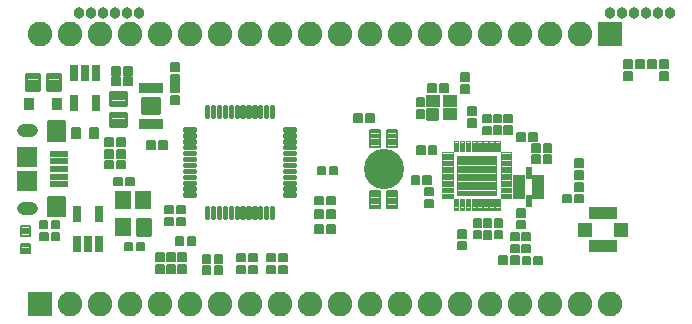
<source format=gts>
G75*
%MOIN*%
%OFA0B0*%
%FSLAX24Y24*%
%IPPOS*%
%LPD*%
%AMOC8*
5,1,8,0,0,1.08239X$1,22.5*
%
%ADD10C,0.0380*%
%ADD11C,0.0063*%
%ADD12R,0.0454X0.0415*%
%ADD13C,0.0124*%
%ADD14C,0.0038*%
%ADD15C,0.0039*%
%ADD16C,0.0134*%
%ADD17R,0.0550X0.0630*%
%ADD18C,0.0165*%
%ADD19R,0.0297X0.0552*%
%ADD20R,0.0328X0.0407*%
%ADD21C,0.0107*%
%ADD22R,0.0395X0.0198*%
%ADD23R,0.0198X0.0395*%
%ADD24C,0.0079*%
%ADD25R,0.0820X0.0820*%
%ADD26C,0.0820*%
%ADD27R,0.0946X0.0415*%
%ADD28R,0.0493X0.0474*%
%ADD29C,0.1340*%
%ADD30C,0.0123*%
%ADD31R,0.0198X0.0375*%
%ADD32R,0.0611X0.0237*%
%ADD33R,0.0690X0.0671*%
%ADD34C,0.0434*%
%ADD35C,0.0063*%
D10*
X011245Y013215D03*
X011645Y013215D03*
X012045Y013215D03*
X012445Y013215D03*
X012845Y013215D03*
X013245Y013215D03*
X028945Y013215D03*
X029345Y013215D03*
X029745Y013215D03*
X030145Y013215D03*
X030545Y013215D03*
X030945Y013215D03*
D11*
X030618Y011639D02*
X030618Y011385D01*
X030618Y011639D02*
X030872Y011639D01*
X030872Y011385D01*
X030618Y011385D01*
X030618Y011447D02*
X030872Y011447D01*
X030872Y011509D02*
X030618Y011509D01*
X030618Y011571D02*
X030872Y011571D01*
X030872Y011633D02*
X030618Y011633D01*
X030469Y011388D02*
X030215Y011388D01*
X030215Y011642D01*
X030469Y011642D01*
X030469Y011388D01*
X030469Y011450D02*
X030215Y011450D01*
X030215Y011512D02*
X030469Y011512D01*
X030469Y011574D02*
X030215Y011574D01*
X030215Y011636D02*
X030469Y011636D01*
X030075Y011388D02*
X029821Y011388D01*
X029821Y011642D01*
X030075Y011642D01*
X030075Y011388D01*
X030075Y011450D02*
X029821Y011450D01*
X029821Y011512D02*
X030075Y011512D01*
X030075Y011574D02*
X029821Y011574D01*
X029821Y011636D02*
X030075Y011636D01*
X029672Y011639D02*
X029672Y011385D01*
X029418Y011385D01*
X029418Y011639D01*
X029672Y011639D01*
X029672Y011447D02*
X029418Y011447D01*
X029418Y011509D02*
X029672Y011509D01*
X029672Y011571D02*
X029418Y011571D01*
X029418Y011633D02*
X029672Y011633D01*
X029672Y011245D02*
X029672Y010991D01*
X029418Y010991D01*
X029418Y011245D01*
X029672Y011245D01*
X029672Y011053D02*
X029418Y011053D01*
X029418Y011115D02*
X029672Y011115D01*
X029672Y011177D02*
X029418Y011177D01*
X029418Y011239D02*
X029672Y011239D01*
X030618Y011245D02*
X030618Y010991D01*
X030618Y011245D02*
X030872Y011245D01*
X030872Y010991D01*
X030618Y010991D01*
X030618Y011053D02*
X030872Y011053D01*
X030872Y011115D02*
X030618Y011115D01*
X030618Y011177D02*
X030872Y011177D01*
X030872Y011239D02*
X030618Y011239D01*
X026509Y008948D02*
X026255Y008948D01*
X026255Y009202D01*
X026509Y009202D01*
X026509Y008948D01*
X026509Y009010D02*
X026255Y009010D01*
X026255Y009072D02*
X026509Y009072D01*
X026509Y009134D02*
X026255Y009134D01*
X026255Y009196D02*
X026509Y009196D01*
X026115Y008948D02*
X025861Y008948D01*
X025861Y009202D01*
X026115Y009202D01*
X026115Y008948D01*
X026115Y009010D02*
X025861Y009010D01*
X025861Y009072D02*
X026115Y009072D01*
X026115Y009134D02*
X025861Y009134D01*
X025861Y009196D02*
X026115Y009196D01*
X025662Y009181D02*
X025662Y009435D01*
X025662Y009181D02*
X025408Y009181D01*
X025408Y009435D01*
X025662Y009435D01*
X025662Y009243D02*
X025408Y009243D01*
X025408Y009305D02*
X025662Y009305D01*
X025662Y009367D02*
X025408Y009367D01*
X025408Y009429D02*
X025662Y009429D01*
X025662Y009575D02*
X025662Y009829D01*
X025662Y009575D02*
X025408Y009575D01*
X025408Y009829D01*
X025662Y009829D01*
X025662Y009637D02*
X025408Y009637D01*
X025408Y009699D02*
X025662Y009699D01*
X025662Y009761D02*
X025408Y009761D01*
X025408Y009823D02*
X025662Y009823D01*
X025322Y009829D02*
X025322Y009575D01*
X025068Y009575D01*
X025068Y009829D01*
X025322Y009829D01*
X025322Y009637D02*
X025068Y009637D01*
X025068Y009699D02*
X025322Y009699D01*
X025322Y009761D02*
X025068Y009761D01*
X025068Y009823D02*
X025322Y009823D01*
X024962Y009819D02*
X024962Y009565D01*
X024708Y009565D01*
X024708Y009819D01*
X024962Y009819D01*
X024962Y009627D02*
X024708Y009627D01*
X024708Y009689D02*
X024962Y009689D01*
X024962Y009751D02*
X024708Y009751D01*
X024708Y009813D02*
X024962Y009813D01*
X024482Y009815D02*
X024482Y010069D01*
X024482Y009815D02*
X024228Y009815D01*
X024228Y010069D01*
X024482Y010069D01*
X024482Y009877D02*
X024228Y009877D01*
X024228Y009939D02*
X024482Y009939D01*
X024482Y010001D02*
X024228Y010001D01*
X024228Y010063D02*
X024482Y010063D01*
X024482Y009675D02*
X024482Y009421D01*
X024228Y009421D01*
X024228Y009675D01*
X024482Y009675D01*
X024482Y009483D02*
X024228Y009483D01*
X024228Y009545D02*
X024482Y009545D01*
X024482Y009607D02*
X024228Y009607D01*
X024228Y009669D02*
X024482Y009669D01*
X024962Y009425D02*
X024962Y009171D01*
X024708Y009171D01*
X024708Y009425D01*
X024962Y009425D01*
X024962Y009233D02*
X024708Y009233D01*
X024708Y009295D02*
X024962Y009295D01*
X024962Y009357D02*
X024708Y009357D01*
X024708Y009419D02*
X024962Y009419D01*
X025322Y009435D02*
X025322Y009181D01*
X025068Y009181D01*
X025068Y009435D01*
X025322Y009435D01*
X025322Y009243D02*
X025068Y009243D01*
X025068Y009305D02*
X025322Y009305D01*
X025322Y009367D02*
X025068Y009367D01*
X025068Y009429D02*
X025322Y009429D01*
X026341Y008588D02*
X026595Y008588D01*
X026341Y008588D02*
X026341Y008842D01*
X026595Y008842D01*
X026595Y008588D01*
X026595Y008650D02*
X026341Y008650D01*
X026341Y008712D02*
X026595Y008712D01*
X026595Y008774D02*
X026341Y008774D01*
X026341Y008836D02*
X026595Y008836D01*
X026735Y008588D02*
X026989Y008588D01*
X026735Y008588D02*
X026735Y008842D01*
X026989Y008842D01*
X026989Y008588D01*
X026989Y008650D02*
X026735Y008650D01*
X026735Y008712D02*
X026989Y008712D01*
X026989Y008774D02*
X026735Y008774D01*
X026735Y008836D02*
X026989Y008836D01*
X026989Y008218D02*
X026735Y008218D01*
X026735Y008472D01*
X026989Y008472D01*
X026989Y008218D01*
X026989Y008280D02*
X026735Y008280D01*
X026735Y008342D02*
X026989Y008342D01*
X026989Y008404D02*
X026735Y008404D01*
X026735Y008466D02*
X026989Y008466D01*
X026595Y008218D02*
X026341Y008218D01*
X026341Y008472D01*
X026595Y008472D01*
X026595Y008218D01*
X026595Y008280D02*
X026341Y008280D01*
X026341Y008342D02*
X026595Y008342D01*
X026595Y008404D02*
X026341Y008404D01*
X026341Y008466D02*
X026595Y008466D01*
X027779Y008333D02*
X027779Y008079D01*
X027779Y008333D02*
X028033Y008333D01*
X028033Y008079D01*
X027779Y008079D01*
X027779Y008141D02*
X028033Y008141D01*
X028033Y008203D02*
X027779Y008203D01*
X027779Y008265D02*
X028033Y008265D01*
X028033Y008327D02*
X027779Y008327D01*
X027779Y007939D02*
X027779Y007685D01*
X027779Y007939D02*
X028033Y007939D01*
X028033Y007685D01*
X027779Y007685D01*
X027779Y007747D02*
X028033Y007747D01*
X028033Y007809D02*
X027779Y007809D01*
X027779Y007871D02*
X028033Y007871D01*
X028033Y007933D02*
X027779Y007933D01*
X028032Y007933D02*
X028032Y007679D01*
X027778Y007679D01*
X027778Y007933D01*
X028032Y007933D01*
X028032Y007741D02*
X027778Y007741D01*
X027778Y007803D02*
X028032Y007803D01*
X028032Y007865D02*
X027778Y007865D01*
X027778Y007927D02*
X028032Y007927D01*
X027778Y007546D02*
X027778Y007292D01*
X027778Y007546D02*
X028032Y007546D01*
X028032Y007292D01*
X027778Y007292D01*
X027778Y007354D02*
X028032Y007354D01*
X028032Y007416D02*
X027778Y007416D01*
X027778Y007478D02*
X028032Y007478D01*
X028032Y007540D02*
X027778Y007540D01*
X028032Y007540D02*
X028032Y007286D01*
X027778Y007286D01*
X027778Y007540D01*
X028032Y007540D01*
X028032Y007348D02*
X027778Y007348D01*
X027778Y007410D02*
X028032Y007410D01*
X028032Y007472D02*
X027778Y007472D01*
X027778Y007534D02*
X028032Y007534D01*
X027778Y007152D02*
X027778Y006898D01*
X027778Y007152D02*
X028032Y007152D01*
X028032Y006898D01*
X027778Y006898D01*
X027778Y006960D02*
X028032Y006960D01*
X028032Y007022D02*
X027778Y007022D01*
X027778Y007084D02*
X028032Y007084D01*
X028032Y007146D02*
X027778Y007146D01*
X027777Y006898D02*
X028031Y006898D01*
X027777Y006898D02*
X027777Y007152D01*
X028031Y007152D01*
X028031Y006898D01*
X028031Y006960D02*
X027777Y006960D01*
X027777Y007022D02*
X028031Y007022D01*
X028031Y007084D02*
X027777Y007084D01*
X027777Y007146D02*
X028031Y007146D01*
X027637Y006898D02*
X027383Y006898D01*
X027383Y007152D01*
X027637Y007152D01*
X027637Y006898D01*
X027637Y006960D02*
X027383Y006960D01*
X027383Y007022D02*
X027637Y007022D01*
X027637Y007084D02*
X027383Y007084D01*
X027383Y007146D02*
X027637Y007146D01*
X025848Y006679D02*
X025848Y006425D01*
X025848Y006679D02*
X026102Y006679D01*
X026102Y006425D01*
X025848Y006425D01*
X025848Y006487D02*
X026102Y006487D01*
X026102Y006549D02*
X025848Y006549D01*
X025848Y006611D02*
X026102Y006611D01*
X026102Y006673D02*
X025848Y006673D01*
X025098Y006349D02*
X025098Y006095D01*
X025098Y006349D02*
X025352Y006349D01*
X025352Y006095D01*
X025098Y006095D01*
X025098Y006157D02*
X025352Y006157D01*
X025352Y006219D02*
X025098Y006219D01*
X025098Y006281D02*
X025352Y006281D01*
X025352Y006343D02*
X025098Y006343D01*
X024992Y006339D02*
X024992Y006085D01*
X024738Y006085D01*
X024738Y006339D01*
X024992Y006339D01*
X024992Y006147D02*
X024738Y006147D01*
X024738Y006209D02*
X024992Y006209D01*
X024992Y006271D02*
X024738Y006271D01*
X024738Y006333D02*
X024992Y006333D01*
X024398Y006349D02*
X024398Y006095D01*
X024398Y006349D02*
X024652Y006349D01*
X024652Y006095D01*
X024398Y006095D01*
X024398Y006157D02*
X024652Y006157D01*
X024652Y006219D02*
X024398Y006219D01*
X024398Y006281D02*
X024652Y006281D01*
X024652Y006343D02*
X024398Y006343D01*
X024398Y005955D02*
X024398Y005701D01*
X024398Y005955D02*
X024652Y005955D01*
X024652Y005701D01*
X024398Y005701D01*
X024398Y005763D02*
X024652Y005763D01*
X024652Y005825D02*
X024398Y005825D01*
X024398Y005887D02*
X024652Y005887D01*
X024652Y005949D02*
X024398Y005949D01*
X023888Y005979D02*
X023888Y005725D01*
X023888Y005979D02*
X024142Y005979D01*
X024142Y005725D01*
X023888Y005725D01*
X023888Y005787D02*
X024142Y005787D01*
X024142Y005849D02*
X023888Y005849D01*
X023888Y005911D02*
X024142Y005911D01*
X024142Y005973D02*
X023888Y005973D01*
X023888Y005585D02*
X023888Y005331D01*
X023888Y005585D02*
X024142Y005585D01*
X024142Y005331D01*
X023888Y005331D01*
X023888Y005393D02*
X024142Y005393D01*
X024142Y005455D02*
X023888Y005455D01*
X023888Y005517D02*
X024142Y005517D01*
X024142Y005579D02*
X023888Y005579D01*
X024992Y005691D02*
X024992Y005945D01*
X024992Y005691D02*
X024738Y005691D01*
X024738Y005945D01*
X024992Y005945D01*
X024992Y005753D02*
X024738Y005753D01*
X024738Y005815D02*
X024992Y005815D01*
X024992Y005877D02*
X024738Y005877D01*
X024738Y005939D02*
X024992Y005939D01*
X025098Y005955D02*
X025098Y005701D01*
X025098Y005955D02*
X025352Y005955D01*
X025352Y005701D01*
X025098Y005701D01*
X025098Y005763D02*
X025352Y005763D01*
X025352Y005825D02*
X025098Y005825D01*
X025098Y005887D02*
X025352Y005887D01*
X025352Y005949D02*
X025098Y005949D01*
X025912Y005889D02*
X025912Y005635D01*
X025658Y005635D01*
X025658Y005889D01*
X025912Y005889D01*
X025912Y005697D02*
X025658Y005697D01*
X025658Y005759D02*
X025912Y005759D01*
X025912Y005821D02*
X025658Y005821D01*
X025658Y005883D02*
X025912Y005883D01*
X026018Y005889D02*
X026018Y005635D01*
X026018Y005889D02*
X026272Y005889D01*
X026272Y005635D01*
X026018Y005635D01*
X026018Y005697D02*
X026272Y005697D01*
X026272Y005759D02*
X026018Y005759D01*
X026018Y005821D02*
X026272Y005821D01*
X026272Y005883D02*
X026018Y005883D01*
X025848Y006031D02*
X025848Y006285D01*
X026102Y006285D01*
X026102Y006031D01*
X025848Y006031D01*
X025848Y006093D02*
X026102Y006093D01*
X026102Y006155D02*
X025848Y006155D01*
X025848Y006217D02*
X026102Y006217D01*
X026102Y006279D02*
X025848Y006279D01*
X025912Y005495D02*
X025912Y005241D01*
X025658Y005241D01*
X025658Y005495D01*
X025912Y005495D01*
X025912Y005303D02*
X025658Y005303D01*
X025658Y005365D02*
X025912Y005365D01*
X025912Y005427D02*
X025658Y005427D01*
X025658Y005489D02*
X025912Y005489D01*
X026018Y005495D02*
X026018Y005241D01*
X026018Y005495D02*
X026272Y005495D01*
X026272Y005241D01*
X026018Y005241D01*
X026018Y005303D02*
X026272Y005303D01*
X026272Y005365D02*
X026018Y005365D01*
X026018Y005427D02*
X026272Y005427D01*
X026272Y005489D02*
X026018Y005489D01*
X026031Y004838D02*
X026285Y004838D01*
X026031Y004838D02*
X026031Y005092D01*
X026285Y005092D01*
X026285Y004838D01*
X026285Y004900D02*
X026031Y004900D01*
X026031Y004962D02*
X026285Y004962D01*
X026285Y005024D02*
X026031Y005024D01*
X026031Y005086D02*
X026285Y005086D01*
X026425Y004838D02*
X026679Y004838D01*
X026425Y004838D02*
X026425Y005092D01*
X026679Y005092D01*
X026679Y004838D01*
X026679Y004900D02*
X026425Y004900D01*
X026425Y004962D02*
X026679Y004962D01*
X026679Y005024D02*
X026425Y005024D01*
X026425Y005086D02*
X026679Y005086D01*
X025909Y005102D02*
X025655Y005102D01*
X025909Y005102D02*
X025909Y004848D01*
X025655Y004848D01*
X025655Y005102D01*
X025655Y004910D02*
X025909Y004910D01*
X025909Y004972D02*
X025655Y004972D01*
X025655Y005034D02*
X025909Y005034D01*
X025909Y005096D02*
X025655Y005096D01*
X025515Y005102D02*
X025261Y005102D01*
X025515Y005102D02*
X025515Y004848D01*
X025261Y004848D01*
X025261Y005102D01*
X025261Y004910D02*
X025515Y004910D01*
X025515Y004972D02*
X025261Y004972D01*
X025261Y005034D02*
X025515Y005034D01*
X025515Y005096D02*
X025261Y005096D01*
X022788Y006741D02*
X022788Y006995D01*
X023042Y006995D01*
X023042Y006741D01*
X022788Y006741D01*
X022788Y006803D02*
X023042Y006803D01*
X023042Y006865D02*
X022788Y006865D01*
X022788Y006927D02*
X023042Y006927D01*
X023042Y006989D02*
X022788Y006989D01*
X022788Y007135D02*
X022788Y007389D01*
X023042Y007389D01*
X023042Y007135D01*
X022788Y007135D01*
X022788Y007197D02*
X023042Y007197D01*
X023042Y007259D02*
X022788Y007259D01*
X022788Y007321D02*
X023042Y007321D01*
X023042Y007383D02*
X022788Y007383D01*
X022725Y007773D02*
X022979Y007773D01*
X022979Y007519D01*
X022725Y007519D01*
X022725Y007773D01*
X022725Y007581D02*
X022979Y007581D01*
X022979Y007643D02*
X022725Y007643D01*
X022725Y007705D02*
X022979Y007705D01*
X022979Y007767D02*
X022725Y007767D01*
X022586Y007773D02*
X022332Y007773D01*
X022586Y007773D02*
X022586Y007519D01*
X022332Y007519D01*
X022332Y007773D01*
X022332Y007581D02*
X022586Y007581D01*
X022586Y007643D02*
X022332Y007643D01*
X022332Y007705D02*
X022586Y007705D01*
X022586Y007767D02*
X022332Y007767D01*
X022511Y008782D02*
X022765Y008782D01*
X022765Y008528D01*
X022511Y008528D01*
X022511Y008782D01*
X022511Y008590D02*
X022765Y008590D01*
X022765Y008652D02*
X022511Y008652D01*
X022511Y008714D02*
X022765Y008714D01*
X022765Y008776D02*
X022511Y008776D01*
X022905Y008782D02*
X023159Y008782D01*
X023159Y008528D01*
X022905Y008528D01*
X022905Y008782D01*
X022905Y008590D02*
X023159Y008590D01*
X023159Y008652D02*
X022905Y008652D01*
X022905Y008714D02*
X023159Y008714D01*
X023159Y008776D02*
X022905Y008776D01*
X022752Y009721D02*
X022752Y009975D01*
X022752Y009721D02*
X022498Y009721D01*
X022498Y009975D01*
X022752Y009975D01*
X022752Y009783D02*
X022498Y009783D01*
X022498Y009845D02*
X022752Y009845D01*
X022752Y009907D02*
X022498Y009907D01*
X022498Y009969D02*
X022752Y009969D01*
X022752Y010115D02*
X022752Y010369D01*
X022752Y010115D02*
X022498Y010115D01*
X022498Y010369D01*
X022752Y010369D01*
X022752Y010177D02*
X022498Y010177D01*
X022498Y010239D02*
X022752Y010239D01*
X022752Y010301D02*
X022498Y010301D01*
X022498Y010363D02*
X022752Y010363D01*
X022891Y010832D02*
X023145Y010832D01*
X023145Y010578D01*
X022891Y010578D01*
X022891Y010832D01*
X022891Y010640D02*
X023145Y010640D01*
X023145Y010702D02*
X022891Y010702D01*
X022891Y010764D02*
X023145Y010764D01*
X023145Y010826D02*
X022891Y010826D01*
X023285Y010832D02*
X023539Y010832D01*
X023539Y010578D01*
X023285Y010578D01*
X023285Y010832D01*
X023285Y010640D02*
X023539Y010640D01*
X023539Y010702D02*
X023285Y010702D01*
X023285Y010764D02*
X023539Y010764D01*
X023539Y010826D02*
X023285Y010826D01*
X024232Y010815D02*
X024232Y010561D01*
X023978Y010561D01*
X023978Y010815D01*
X024232Y010815D01*
X024232Y010623D02*
X023978Y010623D01*
X023978Y010685D02*
X024232Y010685D01*
X024232Y010747D02*
X023978Y010747D01*
X023978Y010809D02*
X024232Y010809D01*
X024232Y010955D02*
X024232Y011209D01*
X024232Y010955D02*
X023978Y010955D01*
X023978Y011209D01*
X024232Y011209D01*
X024232Y011017D02*
X023978Y011017D01*
X023978Y011079D02*
X024232Y011079D01*
X024232Y011141D02*
X023978Y011141D01*
X023978Y011203D02*
X024232Y011203D01*
X021069Y009842D02*
X020815Y009842D01*
X021069Y009842D02*
X021069Y009588D01*
X020815Y009588D01*
X020815Y009842D01*
X020815Y009650D02*
X021069Y009650D01*
X021069Y009712D02*
X020815Y009712D01*
X020815Y009774D02*
X021069Y009774D01*
X021069Y009836D02*
X020815Y009836D01*
X020675Y009842D02*
X020421Y009842D01*
X020675Y009842D02*
X020675Y009588D01*
X020421Y009588D01*
X020421Y009842D01*
X020421Y009650D02*
X020675Y009650D01*
X020675Y009712D02*
X020421Y009712D01*
X020421Y009774D02*
X020675Y009774D01*
X020675Y009836D02*
X020421Y009836D01*
X019850Y007835D02*
X019596Y007835D01*
X019596Y008089D01*
X019850Y008089D01*
X019850Y007835D01*
X019850Y007897D02*
X019596Y007897D01*
X019596Y007959D02*
X019850Y007959D01*
X019850Y008021D02*
X019596Y008021D01*
X019596Y008083D02*
X019850Y008083D01*
X019456Y007835D02*
X019202Y007835D01*
X019202Y008089D01*
X019456Y008089D01*
X019456Y007835D01*
X019456Y007897D02*
X019202Y007897D01*
X019202Y007959D02*
X019456Y007959D01*
X019456Y008021D02*
X019202Y008021D01*
X019202Y008083D02*
X019456Y008083D01*
X019515Y007092D02*
X019769Y007092D01*
X019769Y006838D01*
X019515Y006838D01*
X019515Y007092D01*
X019515Y006900D02*
X019769Y006900D01*
X019769Y006962D02*
X019515Y006962D01*
X019515Y007024D02*
X019769Y007024D01*
X019769Y007086D02*
X019515Y007086D01*
X019375Y007092D02*
X019121Y007092D01*
X019375Y007092D02*
X019375Y006838D01*
X019121Y006838D01*
X019121Y007092D01*
X019121Y006900D02*
X019375Y006900D01*
X019375Y006962D02*
X019121Y006962D01*
X019121Y007024D02*
X019375Y007024D01*
X019375Y007086D02*
X019121Y007086D01*
X019122Y006641D02*
X019376Y006641D01*
X019376Y006387D01*
X019122Y006387D01*
X019122Y006641D01*
X019122Y006449D02*
X019376Y006449D01*
X019376Y006511D02*
X019122Y006511D01*
X019122Y006573D02*
X019376Y006573D01*
X019376Y006635D02*
X019122Y006635D01*
X019516Y006641D02*
X019770Y006641D01*
X019770Y006387D01*
X019516Y006387D01*
X019516Y006641D01*
X019516Y006449D02*
X019770Y006449D01*
X019770Y006511D02*
X019516Y006511D01*
X019516Y006573D02*
X019770Y006573D01*
X019770Y006635D02*
X019516Y006635D01*
X019515Y006142D02*
X019769Y006142D01*
X019769Y005888D01*
X019515Y005888D01*
X019515Y006142D01*
X019515Y005950D02*
X019769Y005950D01*
X019769Y006012D02*
X019515Y006012D01*
X019515Y006074D02*
X019769Y006074D01*
X019769Y006136D02*
X019515Y006136D01*
X019375Y006142D02*
X019121Y006142D01*
X019375Y006142D02*
X019375Y005888D01*
X019121Y005888D01*
X019121Y006142D01*
X019121Y005950D02*
X019375Y005950D01*
X019375Y006012D02*
X019121Y006012D01*
X019121Y006074D02*
X019375Y006074D01*
X019375Y006136D02*
X019121Y006136D01*
X017918Y005189D02*
X017918Y004935D01*
X017918Y005189D02*
X018172Y005189D01*
X018172Y004935D01*
X017918Y004935D01*
X017918Y004997D02*
X018172Y004997D01*
X018172Y005059D02*
X017918Y005059D01*
X017918Y005121D02*
X018172Y005121D01*
X018172Y005183D02*
X017918Y005183D01*
X017518Y005189D02*
X017518Y004935D01*
X017518Y005189D02*
X017772Y005189D01*
X017772Y004935D01*
X017518Y004935D01*
X017518Y004997D02*
X017772Y004997D01*
X017772Y005059D02*
X017518Y005059D01*
X017518Y005121D02*
X017772Y005121D01*
X017772Y005183D02*
X017518Y005183D01*
X017172Y005189D02*
X017172Y004935D01*
X016918Y004935D01*
X016918Y005189D01*
X017172Y005189D01*
X017172Y004997D02*
X016918Y004997D01*
X016918Y005059D02*
X017172Y005059D01*
X017172Y005121D02*
X016918Y005121D01*
X016918Y005183D02*
X017172Y005183D01*
X016518Y005189D02*
X016518Y004935D01*
X016518Y005189D02*
X016772Y005189D01*
X016772Y004935D01*
X016518Y004935D01*
X016518Y004997D02*
X016772Y004997D01*
X016772Y005059D02*
X016518Y005059D01*
X016518Y005121D02*
X016772Y005121D01*
X016772Y005183D02*
X016518Y005183D01*
X016019Y004888D02*
X015765Y004888D01*
X015765Y005142D01*
X016019Y005142D01*
X016019Y004888D01*
X016019Y004950D02*
X015765Y004950D01*
X015765Y005012D02*
X016019Y005012D01*
X016019Y005074D02*
X015765Y005074D01*
X015765Y005136D02*
X016019Y005136D01*
X015625Y004888D02*
X015371Y004888D01*
X015371Y005142D01*
X015625Y005142D01*
X015625Y004888D01*
X015625Y004950D02*
X015371Y004950D01*
X015371Y005012D02*
X015625Y005012D01*
X015625Y005074D02*
X015371Y005074D01*
X015371Y005136D02*
X015625Y005136D01*
X015625Y004772D02*
X015371Y004772D01*
X015625Y004772D02*
X015625Y004518D01*
X015371Y004518D01*
X015371Y004772D01*
X015371Y004580D02*
X015625Y004580D01*
X015625Y004642D02*
X015371Y004642D01*
X015371Y004704D02*
X015625Y004704D01*
X015625Y004766D02*
X015371Y004766D01*
X015765Y004772D02*
X016019Y004772D01*
X016019Y004518D01*
X015765Y004518D01*
X015765Y004772D01*
X015765Y004580D02*
X016019Y004580D01*
X016019Y004642D02*
X015765Y004642D01*
X015765Y004704D02*
X016019Y004704D01*
X016019Y004766D02*
X015765Y004766D01*
X016518Y004795D02*
X016518Y004541D01*
X016518Y004795D02*
X016772Y004795D01*
X016772Y004541D01*
X016518Y004541D01*
X016518Y004603D02*
X016772Y004603D01*
X016772Y004665D02*
X016518Y004665D01*
X016518Y004727D02*
X016772Y004727D01*
X016772Y004789D02*
X016518Y004789D01*
X017172Y004795D02*
X017172Y004541D01*
X016918Y004541D01*
X016918Y004795D01*
X017172Y004795D01*
X017172Y004603D02*
X016918Y004603D01*
X016918Y004665D02*
X017172Y004665D01*
X017172Y004727D02*
X016918Y004727D01*
X016918Y004789D02*
X017172Y004789D01*
X017518Y004795D02*
X017518Y004541D01*
X017518Y004795D02*
X017772Y004795D01*
X017772Y004541D01*
X017518Y004541D01*
X017518Y004603D02*
X017772Y004603D01*
X017772Y004665D02*
X017518Y004665D01*
X017518Y004727D02*
X017772Y004727D01*
X017772Y004789D02*
X017518Y004789D01*
X017918Y004795D02*
X017918Y004541D01*
X017918Y004795D02*
X018172Y004795D01*
X018172Y004541D01*
X017918Y004541D01*
X017918Y004603D02*
X018172Y004603D01*
X018172Y004665D02*
X017918Y004665D01*
X017918Y004727D02*
X018172Y004727D01*
X018172Y004789D02*
X017918Y004789D01*
X015119Y005488D02*
X014865Y005488D01*
X014865Y005742D01*
X015119Y005742D01*
X015119Y005488D01*
X015119Y005550D02*
X014865Y005550D01*
X014865Y005612D02*
X015119Y005612D01*
X015119Y005674D02*
X014865Y005674D01*
X014865Y005736D02*
X015119Y005736D01*
X014725Y005488D02*
X014471Y005488D01*
X014471Y005742D01*
X014725Y005742D01*
X014725Y005488D01*
X014725Y005550D02*
X014471Y005550D01*
X014471Y005612D02*
X014725Y005612D01*
X014725Y005674D02*
X014471Y005674D01*
X014471Y005736D02*
X014725Y005736D01*
X014518Y006141D02*
X014518Y006395D01*
X014772Y006395D01*
X014772Y006141D01*
X014518Y006141D01*
X014518Y006203D02*
X014772Y006203D01*
X014772Y006265D02*
X014518Y006265D01*
X014518Y006327D02*
X014772Y006327D01*
X014772Y006389D02*
X014518Y006389D01*
X014125Y006395D02*
X014125Y006141D01*
X014125Y006395D02*
X014379Y006395D01*
X014379Y006141D01*
X014125Y006141D01*
X014125Y006203D02*
X014379Y006203D01*
X014379Y006265D02*
X014125Y006265D01*
X014125Y006327D02*
X014379Y006327D01*
X014379Y006389D02*
X014125Y006389D01*
X014125Y006535D02*
X014125Y006789D01*
X014379Y006789D01*
X014379Y006535D01*
X014125Y006535D01*
X014125Y006597D02*
X014379Y006597D01*
X014379Y006659D02*
X014125Y006659D01*
X014125Y006721D02*
X014379Y006721D01*
X014379Y006783D02*
X014125Y006783D01*
X014518Y006789D02*
X014518Y006535D01*
X014518Y006789D02*
X014772Y006789D01*
X014772Y006535D01*
X014518Y006535D01*
X014518Y006597D02*
X014772Y006597D01*
X014772Y006659D02*
X014518Y006659D01*
X014518Y006721D02*
X014772Y006721D01*
X014772Y006783D02*
X014518Y006783D01*
X013072Y007474D02*
X012818Y007474D01*
X012818Y007728D01*
X013072Y007728D01*
X013072Y007474D01*
X013072Y007536D02*
X012818Y007536D01*
X012818Y007598D02*
X013072Y007598D01*
X013072Y007660D02*
X012818Y007660D01*
X012818Y007722D02*
X013072Y007722D01*
X012679Y007474D02*
X012425Y007474D01*
X012425Y007728D01*
X012679Y007728D01*
X012679Y007474D01*
X012679Y007536D02*
X012425Y007536D01*
X012425Y007598D02*
X012679Y007598D01*
X012679Y007660D02*
X012425Y007660D01*
X012425Y007722D02*
X012679Y007722D01*
X012769Y008038D02*
X012515Y008038D01*
X012515Y008292D01*
X012769Y008292D01*
X012769Y008038D01*
X012769Y008100D02*
X012515Y008100D01*
X012515Y008162D02*
X012769Y008162D01*
X012769Y008224D02*
X012515Y008224D01*
X012515Y008286D02*
X012769Y008286D01*
X012769Y008388D02*
X012515Y008388D01*
X012515Y008642D01*
X012769Y008642D01*
X012769Y008388D01*
X012769Y008450D02*
X012515Y008450D01*
X012515Y008512D02*
X012769Y008512D01*
X012769Y008574D02*
X012515Y008574D01*
X012515Y008636D02*
X012769Y008636D01*
X012769Y009042D02*
X012515Y009042D01*
X012769Y009042D02*
X012769Y008788D01*
X012515Y008788D01*
X012515Y009042D01*
X012515Y008850D02*
X012769Y008850D01*
X012769Y008912D02*
X012515Y008912D01*
X012515Y008974D02*
X012769Y008974D01*
X012769Y009036D02*
X012515Y009036D01*
X012375Y009042D02*
X012121Y009042D01*
X012375Y009042D02*
X012375Y008788D01*
X012121Y008788D01*
X012121Y009042D01*
X012121Y008850D02*
X012375Y008850D01*
X012375Y008912D02*
X012121Y008912D01*
X012121Y008974D02*
X012375Y008974D01*
X012375Y009036D02*
X012121Y009036D01*
X011863Y009381D02*
X011609Y009381D01*
X011863Y009381D02*
X011863Y009049D01*
X011609Y009049D01*
X011609Y009381D01*
X011609Y009111D02*
X011863Y009111D01*
X011863Y009173D02*
X011609Y009173D01*
X011609Y009235D02*
X011863Y009235D01*
X011863Y009297D02*
X011609Y009297D01*
X011609Y009359D02*
X011863Y009359D01*
X011280Y009381D02*
X011026Y009381D01*
X011280Y009381D02*
X011280Y009049D01*
X011026Y009049D01*
X011026Y009381D01*
X011026Y009111D02*
X011280Y009111D01*
X011280Y009173D02*
X011026Y009173D01*
X011026Y009235D02*
X011280Y009235D01*
X011280Y009297D02*
X011026Y009297D01*
X011026Y009359D02*
X011280Y009359D01*
X012121Y008388D02*
X012375Y008388D01*
X012121Y008388D02*
X012121Y008642D01*
X012375Y008642D01*
X012375Y008388D01*
X012375Y008450D02*
X012121Y008450D01*
X012121Y008512D02*
X012375Y008512D01*
X012375Y008574D02*
X012121Y008574D01*
X012121Y008636D02*
X012375Y008636D01*
X012375Y008038D02*
X012121Y008038D01*
X012121Y008292D01*
X012375Y008292D01*
X012375Y008038D01*
X012375Y008100D02*
X012121Y008100D01*
X012121Y008162D02*
X012375Y008162D01*
X012375Y008224D02*
X012121Y008224D01*
X012121Y008286D02*
X012375Y008286D01*
X013521Y008942D02*
X013775Y008942D01*
X013775Y008688D01*
X013521Y008688D01*
X013521Y008942D01*
X013521Y008750D02*
X013775Y008750D01*
X013775Y008812D02*
X013521Y008812D01*
X013521Y008874D02*
X013775Y008874D01*
X013775Y008936D02*
X013521Y008936D01*
X013915Y008942D02*
X014169Y008942D01*
X014169Y008688D01*
X013915Y008688D01*
X013915Y008942D01*
X013915Y008750D02*
X014169Y008750D01*
X014169Y008812D02*
X013915Y008812D01*
X013915Y008874D02*
X014169Y008874D01*
X014169Y008936D02*
X013915Y008936D01*
X014318Y010191D02*
X014318Y010445D01*
X014572Y010445D01*
X014572Y010191D01*
X014318Y010191D01*
X014318Y010253D02*
X014572Y010253D01*
X014572Y010315D02*
X014318Y010315D01*
X014318Y010377D02*
X014572Y010377D01*
X014572Y010439D02*
X014318Y010439D01*
X014318Y010585D02*
X014318Y010839D01*
X014572Y010839D01*
X014572Y010585D01*
X014318Y010585D01*
X014318Y010647D02*
X014572Y010647D01*
X014572Y010709D02*
X014318Y010709D01*
X014318Y010771D02*
X014572Y010771D01*
X014572Y010833D02*
X014318Y010833D01*
X014318Y010891D02*
X014318Y011145D01*
X014572Y011145D01*
X014572Y010891D01*
X014318Y010891D01*
X014318Y010953D02*
X014572Y010953D01*
X014572Y011015D02*
X014318Y011015D01*
X014318Y011077D02*
X014572Y011077D01*
X014572Y011139D02*
X014318Y011139D01*
X014318Y011285D02*
X014318Y011539D01*
X014572Y011539D01*
X014572Y011285D01*
X014318Y011285D01*
X014318Y011347D02*
X014572Y011347D01*
X014572Y011409D02*
X014318Y011409D01*
X014318Y011471D02*
X014572Y011471D01*
X014572Y011533D02*
X014318Y011533D01*
X013009Y011161D02*
X012755Y011161D01*
X012755Y011415D01*
X013009Y011415D01*
X013009Y011161D01*
X013009Y011223D02*
X012755Y011223D01*
X012755Y011285D02*
X013009Y011285D01*
X013009Y011347D02*
X012755Y011347D01*
X012755Y011409D02*
X013009Y011409D01*
X012615Y011161D02*
X012361Y011161D01*
X012361Y011415D01*
X012615Y011415D01*
X012615Y011161D01*
X012615Y011223D02*
X012361Y011223D01*
X012361Y011285D02*
X012615Y011285D01*
X012615Y011347D02*
X012361Y011347D01*
X012361Y011409D02*
X012615Y011409D01*
X012615Y010813D02*
X012361Y010813D01*
X012361Y011067D01*
X012615Y011067D01*
X012615Y010813D01*
X012615Y010875D02*
X012361Y010875D01*
X012361Y010937D02*
X012615Y010937D01*
X012615Y010999D02*
X012361Y010999D01*
X012361Y011061D02*
X012615Y011061D01*
X012755Y010813D02*
X013009Y010813D01*
X012755Y010813D02*
X012755Y011067D01*
X013009Y011067D01*
X013009Y010813D01*
X013009Y010875D02*
X012755Y010875D01*
X012755Y010937D02*
X013009Y010937D01*
X013009Y010999D02*
X012755Y010999D01*
X012755Y011061D02*
X013009Y011061D01*
X010587Y006293D02*
X010333Y006293D01*
X010587Y006293D02*
X010587Y006039D01*
X010333Y006039D01*
X010333Y006293D01*
X010333Y006101D02*
X010587Y006101D01*
X010587Y006163D02*
X010333Y006163D01*
X010333Y006225D02*
X010587Y006225D01*
X010587Y006287D02*
X010333Y006287D01*
X010194Y006293D02*
X009940Y006293D01*
X010194Y006293D02*
X010194Y006039D01*
X009940Y006039D01*
X009940Y006293D01*
X009940Y006101D02*
X010194Y006101D01*
X010194Y006163D02*
X009940Y006163D01*
X009940Y006225D02*
X010194Y006225D01*
X010194Y006287D02*
X009940Y006287D01*
X009942Y005640D02*
X010196Y005640D01*
X009942Y005640D02*
X009942Y005894D01*
X010196Y005894D01*
X010196Y005640D01*
X010196Y005702D02*
X009942Y005702D01*
X009942Y005764D02*
X010196Y005764D01*
X010196Y005826D02*
X009942Y005826D01*
X009942Y005888D02*
X010196Y005888D01*
X010336Y005640D02*
X010590Y005640D01*
X010336Y005640D02*
X010336Y005894D01*
X010590Y005894D01*
X010590Y005640D01*
X010590Y005702D02*
X010336Y005702D01*
X010336Y005764D02*
X010590Y005764D01*
X010590Y005826D02*
X010336Y005826D01*
X010336Y005888D02*
X010590Y005888D01*
X012770Y005305D02*
X013024Y005305D01*
X012770Y005305D02*
X012770Y005559D01*
X013024Y005559D01*
X013024Y005305D01*
X013024Y005367D02*
X012770Y005367D01*
X012770Y005429D02*
X013024Y005429D01*
X013024Y005491D02*
X012770Y005491D01*
X012770Y005553D02*
X013024Y005553D01*
X013164Y005305D02*
X013418Y005305D01*
X013164Y005305D02*
X013164Y005559D01*
X013418Y005559D01*
X013418Y005305D01*
X013418Y005367D02*
X013164Y005367D01*
X013164Y005429D02*
X013418Y005429D01*
X013418Y005491D02*
X013164Y005491D01*
X013164Y005553D02*
X013418Y005553D01*
X013827Y005203D02*
X013827Y004949D01*
X013827Y005203D02*
X014081Y005203D01*
X014081Y004949D01*
X013827Y004949D01*
X013827Y005011D02*
X014081Y005011D01*
X014081Y005073D02*
X013827Y005073D01*
X013827Y005135D02*
X014081Y005135D01*
X014081Y005197D02*
X013827Y005197D01*
X014193Y005206D02*
X014193Y004952D01*
X014193Y005206D02*
X014447Y005206D01*
X014447Y004952D01*
X014193Y004952D01*
X014193Y005014D02*
X014447Y005014D01*
X014447Y005076D02*
X014193Y005076D01*
X014193Y005138D02*
X014447Y005138D01*
X014447Y005200D02*
X014193Y005200D01*
X014803Y005209D02*
X014803Y004955D01*
X014549Y004955D01*
X014549Y005209D01*
X014803Y005209D01*
X014803Y005017D02*
X014549Y005017D01*
X014549Y005079D02*
X014803Y005079D01*
X014803Y005141D02*
X014549Y005141D01*
X014549Y005203D02*
X014803Y005203D01*
X014803Y004815D02*
X014803Y004561D01*
X014549Y004561D01*
X014549Y004815D01*
X014803Y004815D01*
X014803Y004623D02*
X014549Y004623D01*
X014549Y004685D02*
X014803Y004685D01*
X014803Y004747D02*
X014549Y004747D01*
X014549Y004809D02*
X014803Y004809D01*
X014193Y004812D02*
X014193Y004558D01*
X014193Y004812D02*
X014447Y004812D01*
X014447Y004558D01*
X014193Y004558D01*
X014193Y004620D02*
X014447Y004620D01*
X014447Y004682D02*
X014193Y004682D01*
X014193Y004744D02*
X014447Y004744D01*
X014447Y004806D02*
X014193Y004806D01*
X013827Y004809D02*
X013827Y004555D01*
X013827Y004809D02*
X014081Y004809D01*
X014081Y004555D01*
X013827Y004555D01*
X013827Y004617D02*
X014081Y004617D01*
X014081Y004679D02*
X013827Y004679D01*
X013827Y004741D02*
X014081Y004741D01*
X014081Y004803D02*
X013827Y004803D01*
D12*
X023600Y009839D03*
X023600Y010291D03*
X023029Y010291D03*
D13*
X023194Y009694D02*
X022864Y009694D01*
X022864Y009984D01*
X023194Y009984D01*
X023194Y009694D01*
X023194Y009817D02*
X022864Y009817D01*
X022864Y009940D02*
X023194Y009940D01*
D14*
X023739Y008957D02*
X023739Y008601D01*
X023739Y008957D02*
X023893Y008957D01*
X023893Y008601D01*
X023739Y008601D01*
X023739Y008638D02*
X023893Y008638D01*
X023893Y008675D02*
X023739Y008675D01*
X023739Y008712D02*
X023893Y008712D01*
X023893Y008749D02*
X023739Y008749D01*
X023739Y008786D02*
X023893Y008786D01*
X023893Y008823D02*
X023739Y008823D01*
X023739Y008860D02*
X023893Y008860D01*
X023893Y008897D02*
X023739Y008897D01*
X023739Y008934D02*
X023893Y008934D01*
X023936Y008957D02*
X023936Y008601D01*
X023936Y008957D02*
X024090Y008957D01*
X024090Y008601D01*
X023936Y008601D01*
X023936Y008638D02*
X024090Y008638D01*
X024090Y008675D02*
X023936Y008675D01*
X023936Y008712D02*
X024090Y008712D01*
X024090Y008749D02*
X023936Y008749D01*
X023936Y008786D02*
X024090Y008786D01*
X024090Y008823D02*
X023936Y008823D01*
X023936Y008860D02*
X024090Y008860D01*
X024090Y008897D02*
X023936Y008897D01*
X023936Y008934D02*
X024090Y008934D01*
X024133Y008957D02*
X024133Y008601D01*
X024133Y008957D02*
X024287Y008957D01*
X024287Y008601D01*
X024133Y008601D01*
X024133Y008638D02*
X024287Y008638D01*
X024287Y008675D02*
X024133Y008675D01*
X024133Y008712D02*
X024287Y008712D01*
X024287Y008749D02*
X024133Y008749D01*
X024133Y008786D02*
X024287Y008786D01*
X024287Y008823D02*
X024133Y008823D01*
X024133Y008860D02*
X024287Y008860D01*
X024287Y008897D02*
X024133Y008897D01*
X024133Y008934D02*
X024287Y008934D01*
X024329Y008957D02*
X024329Y008601D01*
X024329Y008957D02*
X024483Y008957D01*
X024483Y008601D01*
X024329Y008601D01*
X024329Y008638D02*
X024483Y008638D01*
X024483Y008675D02*
X024329Y008675D01*
X024329Y008712D02*
X024483Y008712D01*
X024483Y008749D02*
X024329Y008749D01*
X024329Y008786D02*
X024483Y008786D01*
X024483Y008823D02*
X024329Y008823D01*
X024329Y008860D02*
X024483Y008860D01*
X024483Y008897D02*
X024329Y008897D01*
X024329Y008934D02*
X024483Y008934D01*
X024526Y008957D02*
X024526Y008601D01*
X024526Y008957D02*
X024680Y008957D01*
X024680Y008601D01*
X024526Y008601D01*
X024526Y008638D02*
X024680Y008638D01*
X024680Y008675D02*
X024526Y008675D01*
X024526Y008712D02*
X024680Y008712D01*
X024680Y008749D02*
X024526Y008749D01*
X024526Y008786D02*
X024680Y008786D01*
X024680Y008823D02*
X024526Y008823D01*
X024526Y008860D02*
X024680Y008860D01*
X024680Y008897D02*
X024526Y008897D01*
X024526Y008934D02*
X024680Y008934D01*
X024723Y008957D02*
X024723Y008601D01*
X024723Y008957D02*
X024877Y008957D01*
X024877Y008601D01*
X024723Y008601D01*
X024723Y008638D02*
X024877Y008638D01*
X024877Y008675D02*
X024723Y008675D01*
X024723Y008712D02*
X024877Y008712D01*
X024877Y008749D02*
X024723Y008749D01*
X024723Y008786D02*
X024877Y008786D01*
X024877Y008823D02*
X024723Y008823D01*
X024723Y008860D02*
X024877Y008860D01*
X024877Y008897D02*
X024723Y008897D01*
X024723Y008934D02*
X024877Y008934D01*
X024920Y008957D02*
X024920Y008601D01*
X024920Y008957D02*
X025074Y008957D01*
X025074Y008601D01*
X024920Y008601D01*
X024920Y008638D02*
X025074Y008638D01*
X025074Y008675D02*
X024920Y008675D01*
X024920Y008712D02*
X025074Y008712D01*
X025074Y008749D02*
X024920Y008749D01*
X024920Y008786D02*
X025074Y008786D01*
X025074Y008823D02*
X024920Y008823D01*
X024920Y008860D02*
X025074Y008860D01*
X025074Y008897D02*
X024920Y008897D01*
X024920Y008934D02*
X025074Y008934D01*
X025117Y008957D02*
X025117Y008601D01*
X025117Y008957D02*
X025271Y008957D01*
X025271Y008601D01*
X025117Y008601D01*
X025117Y008638D02*
X025271Y008638D01*
X025271Y008675D02*
X025117Y008675D01*
X025117Y008712D02*
X025271Y008712D01*
X025271Y008749D02*
X025117Y008749D01*
X025117Y008786D02*
X025271Y008786D01*
X025271Y008823D02*
X025117Y008823D01*
X025117Y008860D02*
X025271Y008860D01*
X025271Y008897D02*
X025117Y008897D01*
X025117Y008934D02*
X025271Y008934D01*
X025301Y008571D02*
X025657Y008571D01*
X025657Y008417D01*
X025301Y008417D01*
X025301Y008571D01*
X025301Y008454D02*
X025657Y008454D01*
X025657Y008491D02*
X025301Y008491D01*
X025301Y008528D02*
X025657Y008528D01*
X025657Y008565D02*
X025301Y008565D01*
X025301Y008374D02*
X025657Y008374D01*
X025657Y008220D01*
X025301Y008220D01*
X025301Y008374D01*
X025301Y008257D02*
X025657Y008257D01*
X025657Y008294D02*
X025301Y008294D01*
X025301Y008331D02*
X025657Y008331D01*
X025657Y008368D02*
X025301Y008368D01*
X025301Y008177D02*
X025657Y008177D01*
X025657Y008023D01*
X025301Y008023D01*
X025301Y008177D01*
X025301Y008060D02*
X025657Y008060D01*
X025657Y008097D02*
X025301Y008097D01*
X025301Y008134D02*
X025657Y008134D01*
X025657Y008171D02*
X025301Y008171D01*
X025301Y007980D02*
X025657Y007980D01*
X025657Y007826D01*
X025301Y007826D01*
X025301Y007980D01*
X025301Y007863D02*
X025657Y007863D01*
X025657Y007900D02*
X025301Y007900D01*
X025301Y007937D02*
X025657Y007937D01*
X025657Y007974D02*
X025301Y007974D01*
X025301Y007784D02*
X025657Y007784D01*
X025657Y007630D01*
X025301Y007630D01*
X025301Y007784D01*
X025301Y007667D02*
X025657Y007667D01*
X025657Y007704D02*
X025301Y007704D01*
X025301Y007741D02*
X025657Y007741D01*
X025657Y007778D02*
X025301Y007778D01*
X025301Y007587D02*
X025657Y007587D01*
X025657Y007433D01*
X025301Y007433D01*
X025301Y007587D01*
X025301Y007470D02*
X025657Y007470D01*
X025657Y007507D02*
X025301Y007507D01*
X025301Y007544D02*
X025657Y007544D01*
X025657Y007581D02*
X025301Y007581D01*
X025301Y007390D02*
X025657Y007390D01*
X025657Y007236D01*
X025301Y007236D01*
X025301Y007390D01*
X025301Y007273D02*
X025657Y007273D01*
X025657Y007310D02*
X025301Y007310D01*
X025301Y007347D02*
X025657Y007347D01*
X025657Y007384D02*
X025301Y007384D01*
X025301Y007193D02*
X025657Y007193D01*
X025657Y007039D01*
X025301Y007039D01*
X025301Y007193D01*
X025301Y007076D02*
X025657Y007076D01*
X025657Y007113D02*
X025301Y007113D01*
X025301Y007150D02*
X025657Y007150D01*
X025657Y007187D02*
X025301Y007187D01*
X025271Y007009D02*
X025271Y006653D01*
X025117Y006653D01*
X025117Y007009D01*
X025271Y007009D01*
X025271Y006690D02*
X025117Y006690D01*
X025117Y006727D02*
X025271Y006727D01*
X025271Y006764D02*
X025117Y006764D01*
X025117Y006801D02*
X025271Y006801D01*
X025271Y006838D02*
X025117Y006838D01*
X025117Y006875D02*
X025271Y006875D01*
X025271Y006912D02*
X025117Y006912D01*
X025117Y006949D02*
X025271Y006949D01*
X025271Y006986D02*
X025117Y006986D01*
X025074Y007009D02*
X025074Y006653D01*
X024920Y006653D01*
X024920Y007009D01*
X025074Y007009D01*
X025074Y006690D02*
X024920Y006690D01*
X024920Y006727D02*
X025074Y006727D01*
X025074Y006764D02*
X024920Y006764D01*
X024920Y006801D02*
X025074Y006801D01*
X025074Y006838D02*
X024920Y006838D01*
X024920Y006875D02*
X025074Y006875D01*
X025074Y006912D02*
X024920Y006912D01*
X024920Y006949D02*
X025074Y006949D01*
X025074Y006986D02*
X024920Y006986D01*
X024877Y007009D02*
X024877Y006653D01*
X024723Y006653D01*
X024723Y007009D01*
X024877Y007009D01*
X024877Y006690D02*
X024723Y006690D01*
X024723Y006727D02*
X024877Y006727D01*
X024877Y006764D02*
X024723Y006764D01*
X024723Y006801D02*
X024877Y006801D01*
X024877Y006838D02*
X024723Y006838D01*
X024723Y006875D02*
X024877Y006875D01*
X024877Y006912D02*
X024723Y006912D01*
X024723Y006949D02*
X024877Y006949D01*
X024877Y006986D02*
X024723Y006986D01*
X024680Y007009D02*
X024680Y006653D01*
X024526Y006653D01*
X024526Y007009D01*
X024680Y007009D01*
X024680Y006690D02*
X024526Y006690D01*
X024526Y006727D02*
X024680Y006727D01*
X024680Y006764D02*
X024526Y006764D01*
X024526Y006801D02*
X024680Y006801D01*
X024680Y006838D02*
X024526Y006838D01*
X024526Y006875D02*
X024680Y006875D01*
X024680Y006912D02*
X024526Y006912D01*
X024526Y006949D02*
X024680Y006949D01*
X024680Y006986D02*
X024526Y006986D01*
X024483Y007009D02*
X024483Y006653D01*
X024329Y006653D01*
X024329Y007009D01*
X024483Y007009D01*
X024483Y006690D02*
X024329Y006690D01*
X024329Y006727D02*
X024483Y006727D01*
X024483Y006764D02*
X024329Y006764D01*
X024329Y006801D02*
X024483Y006801D01*
X024483Y006838D02*
X024329Y006838D01*
X024329Y006875D02*
X024483Y006875D01*
X024483Y006912D02*
X024329Y006912D01*
X024329Y006949D02*
X024483Y006949D01*
X024483Y006986D02*
X024329Y006986D01*
X024287Y007009D02*
X024287Y006653D01*
X024133Y006653D01*
X024133Y007009D01*
X024287Y007009D01*
X024287Y006690D02*
X024133Y006690D01*
X024133Y006727D02*
X024287Y006727D01*
X024287Y006764D02*
X024133Y006764D01*
X024133Y006801D02*
X024287Y006801D01*
X024287Y006838D02*
X024133Y006838D01*
X024133Y006875D02*
X024287Y006875D01*
X024287Y006912D02*
X024133Y006912D01*
X024133Y006949D02*
X024287Y006949D01*
X024287Y006986D02*
X024133Y006986D01*
X024090Y007009D02*
X024090Y006653D01*
X023936Y006653D01*
X023936Y007009D01*
X024090Y007009D01*
X024090Y006690D02*
X023936Y006690D01*
X023936Y006727D02*
X024090Y006727D01*
X024090Y006764D02*
X023936Y006764D01*
X023936Y006801D02*
X024090Y006801D01*
X024090Y006838D02*
X023936Y006838D01*
X023936Y006875D02*
X024090Y006875D01*
X024090Y006912D02*
X023936Y006912D01*
X023936Y006949D02*
X024090Y006949D01*
X024090Y006986D02*
X023936Y006986D01*
X023893Y007009D02*
X023893Y006653D01*
X023739Y006653D01*
X023739Y007009D01*
X023893Y007009D01*
X023893Y006690D02*
X023739Y006690D01*
X023739Y006727D02*
X023893Y006727D01*
X023893Y006764D02*
X023739Y006764D01*
X023739Y006801D02*
X023893Y006801D01*
X023893Y006838D02*
X023739Y006838D01*
X023739Y006875D02*
X023893Y006875D01*
X023893Y006912D02*
X023739Y006912D01*
X023739Y006949D02*
X023893Y006949D01*
X023893Y006986D02*
X023739Y006986D01*
X023708Y007039D02*
X023352Y007039D01*
X023352Y007193D01*
X023708Y007193D01*
X023708Y007039D01*
X023708Y007076D02*
X023352Y007076D01*
X023352Y007113D02*
X023708Y007113D01*
X023708Y007150D02*
X023352Y007150D01*
X023352Y007187D02*
X023708Y007187D01*
X023708Y007236D02*
X023352Y007236D01*
X023352Y007390D01*
X023708Y007390D01*
X023708Y007236D01*
X023708Y007273D02*
X023352Y007273D01*
X023352Y007310D02*
X023708Y007310D01*
X023708Y007347D02*
X023352Y007347D01*
X023352Y007384D02*
X023708Y007384D01*
X023708Y007433D02*
X023352Y007433D01*
X023352Y007587D01*
X023708Y007587D01*
X023708Y007433D01*
X023708Y007470D02*
X023352Y007470D01*
X023352Y007507D02*
X023708Y007507D01*
X023708Y007544D02*
X023352Y007544D01*
X023352Y007581D02*
X023708Y007581D01*
X023708Y007630D02*
X023352Y007630D01*
X023352Y007784D01*
X023708Y007784D01*
X023708Y007630D01*
X023708Y007667D02*
X023352Y007667D01*
X023352Y007704D02*
X023708Y007704D01*
X023708Y007741D02*
X023352Y007741D01*
X023352Y007778D02*
X023708Y007778D01*
X023708Y007826D02*
X023352Y007826D01*
X023352Y007980D01*
X023708Y007980D01*
X023708Y007826D01*
X023708Y007863D02*
X023352Y007863D01*
X023352Y007900D02*
X023708Y007900D01*
X023708Y007937D02*
X023352Y007937D01*
X023352Y007974D02*
X023708Y007974D01*
X023708Y008023D02*
X023352Y008023D01*
X023352Y008177D01*
X023708Y008177D01*
X023708Y008023D01*
X023708Y008060D02*
X023352Y008060D01*
X023352Y008097D02*
X023708Y008097D01*
X023708Y008134D02*
X023352Y008134D01*
X023352Y008171D02*
X023708Y008171D01*
X023708Y008220D02*
X023352Y008220D01*
X023352Y008374D01*
X023708Y008374D01*
X023708Y008220D01*
X023708Y008257D02*
X023352Y008257D01*
X023352Y008294D02*
X023708Y008294D01*
X023708Y008331D02*
X023352Y008331D01*
X023352Y008368D02*
X023708Y008368D01*
X023708Y008417D02*
X023352Y008417D01*
X023352Y008571D01*
X023708Y008571D01*
X023708Y008417D01*
X023708Y008454D02*
X023352Y008454D01*
X023352Y008491D02*
X023708Y008491D01*
X023708Y008528D02*
X023352Y008528D01*
X023352Y008565D02*
X023708Y008565D01*
D15*
X023861Y008449D02*
X023861Y007161D01*
X025149Y007161D01*
X025149Y008449D01*
X023861Y008449D01*
X023861Y008430D02*
X025149Y008430D01*
X025149Y008393D02*
X023861Y008393D01*
X023861Y008355D02*
X025149Y008355D01*
X025149Y008317D02*
X023861Y008317D01*
X023861Y008279D02*
X025149Y008279D01*
X025149Y008241D02*
X023861Y008241D01*
X023861Y008203D02*
X025149Y008203D01*
X025149Y008165D02*
X023861Y008165D01*
X023861Y008127D02*
X025149Y008127D01*
X025149Y008090D02*
X023861Y008090D01*
X023861Y008052D02*
X025149Y008052D01*
X025149Y008014D02*
X023861Y008014D01*
X023861Y007976D02*
X025149Y007976D01*
X025149Y007938D02*
X023861Y007938D01*
X023861Y007900D02*
X025149Y007900D01*
X025149Y007862D02*
X023861Y007862D01*
X023861Y007825D02*
X025149Y007825D01*
X025149Y007787D02*
X023861Y007787D01*
X023861Y007749D02*
X025149Y007749D01*
X025149Y007711D02*
X023861Y007711D01*
X023861Y007673D02*
X025149Y007673D01*
X025149Y007635D02*
X023861Y007635D01*
X023861Y007597D02*
X025149Y007597D01*
X025149Y007559D02*
X023861Y007559D01*
X023861Y007522D02*
X025149Y007522D01*
X025149Y007484D02*
X023861Y007484D01*
X023861Y007446D02*
X025149Y007446D01*
X025149Y007408D02*
X023861Y007408D01*
X023861Y007370D02*
X025149Y007370D01*
X025149Y007332D02*
X023861Y007332D01*
X023861Y007294D02*
X025149Y007294D01*
X025149Y007256D02*
X023861Y007256D01*
X023861Y007219D02*
X025149Y007219D01*
X025149Y007181D02*
X023861Y007181D01*
D16*
X018460Y007125D02*
X018120Y007125D01*
X018120Y007169D01*
X018460Y007169D01*
X018460Y007125D01*
X018460Y007322D02*
X018120Y007322D01*
X018120Y007366D01*
X018460Y007366D01*
X018460Y007322D01*
X018460Y007518D02*
X018120Y007518D01*
X018120Y007562D01*
X018460Y007562D01*
X018460Y007518D01*
X018460Y007715D02*
X018120Y007715D01*
X018120Y007759D01*
X018460Y007759D01*
X018460Y007715D01*
X018460Y007912D02*
X018120Y007912D01*
X018120Y007956D01*
X018460Y007956D01*
X018460Y007912D01*
X018460Y008109D02*
X018120Y008109D01*
X018120Y008153D01*
X018460Y008153D01*
X018460Y008109D01*
X018460Y008306D02*
X018120Y008306D01*
X018120Y008350D01*
X018460Y008350D01*
X018460Y008306D01*
X018460Y008503D02*
X018120Y008503D01*
X018120Y008547D01*
X018460Y008547D01*
X018460Y008503D01*
X018460Y008700D02*
X018120Y008700D01*
X018120Y008744D01*
X018460Y008744D01*
X018460Y008700D01*
X018460Y008896D02*
X018120Y008896D01*
X018120Y008940D01*
X018460Y008940D01*
X018460Y008896D01*
X018460Y009093D02*
X018120Y009093D01*
X018120Y009137D01*
X018460Y009137D01*
X018460Y009093D01*
X018460Y009290D02*
X018120Y009290D01*
X018120Y009334D01*
X018460Y009334D01*
X018460Y009290D01*
X017721Y009733D02*
X017677Y009733D01*
X017677Y010073D01*
X017721Y010073D01*
X017721Y009733D01*
X017721Y009866D02*
X017677Y009866D01*
X017677Y009999D02*
X017721Y009999D01*
X017524Y009733D02*
X017480Y009733D01*
X017480Y010073D01*
X017524Y010073D01*
X017524Y009733D01*
X017524Y009866D02*
X017480Y009866D01*
X017480Y009999D02*
X017524Y009999D01*
X017327Y009733D02*
X017283Y009733D01*
X017283Y010073D01*
X017327Y010073D01*
X017327Y009733D01*
X017327Y009866D02*
X017283Y009866D01*
X017283Y009999D02*
X017327Y009999D01*
X017131Y009733D02*
X017087Y009733D01*
X017087Y010073D01*
X017131Y010073D01*
X017131Y009733D01*
X017131Y009866D02*
X017087Y009866D01*
X017087Y009999D02*
X017131Y009999D01*
X016934Y009733D02*
X016890Y009733D01*
X016890Y010073D01*
X016934Y010073D01*
X016934Y009733D01*
X016934Y009866D02*
X016890Y009866D01*
X016890Y009999D02*
X016934Y009999D01*
X016737Y009733D02*
X016693Y009733D01*
X016693Y010073D01*
X016737Y010073D01*
X016737Y009733D01*
X016737Y009866D02*
X016693Y009866D01*
X016693Y009999D02*
X016737Y009999D01*
X016540Y009733D02*
X016496Y009733D01*
X016496Y010073D01*
X016540Y010073D01*
X016540Y009733D01*
X016540Y009866D02*
X016496Y009866D01*
X016496Y009999D02*
X016540Y009999D01*
X016343Y009733D02*
X016299Y009733D01*
X016299Y010073D01*
X016343Y010073D01*
X016343Y009733D01*
X016343Y009866D02*
X016299Y009866D01*
X016299Y009999D02*
X016343Y009999D01*
X016146Y009733D02*
X016102Y009733D01*
X016102Y010073D01*
X016146Y010073D01*
X016146Y009733D01*
X016146Y009866D02*
X016102Y009866D01*
X016102Y009999D02*
X016146Y009999D01*
X015949Y009733D02*
X015905Y009733D01*
X015905Y010073D01*
X015949Y010073D01*
X015949Y009733D01*
X015949Y009866D02*
X015905Y009866D01*
X015905Y009999D02*
X015949Y009999D01*
X015753Y009733D02*
X015709Y009733D01*
X015709Y010073D01*
X015753Y010073D01*
X015753Y009733D01*
X015753Y009866D02*
X015709Y009866D01*
X015709Y009999D02*
X015753Y009999D01*
X015556Y009733D02*
X015512Y009733D01*
X015512Y010073D01*
X015556Y010073D01*
X015556Y009733D01*
X015556Y009866D02*
X015512Y009866D01*
X015512Y009999D02*
X015556Y009999D01*
X015113Y009290D02*
X014773Y009290D01*
X014773Y009334D01*
X015113Y009334D01*
X015113Y009290D01*
X015113Y009093D02*
X014773Y009093D01*
X014773Y009137D01*
X015113Y009137D01*
X015113Y009093D01*
X015113Y008896D02*
X014773Y008896D01*
X014773Y008940D01*
X015113Y008940D01*
X015113Y008896D01*
X015113Y008700D02*
X014773Y008700D01*
X014773Y008744D01*
X015113Y008744D01*
X015113Y008700D01*
X015113Y008503D02*
X014773Y008503D01*
X014773Y008547D01*
X015113Y008547D01*
X015113Y008503D01*
X015113Y008306D02*
X014773Y008306D01*
X014773Y008350D01*
X015113Y008350D01*
X015113Y008306D01*
X015113Y008109D02*
X014773Y008109D01*
X014773Y008153D01*
X015113Y008153D01*
X015113Y008109D01*
X015113Y007912D02*
X014773Y007912D01*
X014773Y007956D01*
X015113Y007956D01*
X015113Y007912D01*
X015113Y007715D02*
X014773Y007715D01*
X014773Y007759D01*
X015113Y007759D01*
X015113Y007715D01*
X015113Y007518D02*
X014773Y007518D01*
X014773Y007562D01*
X015113Y007562D01*
X015113Y007518D01*
X015113Y007322D02*
X014773Y007322D01*
X014773Y007366D01*
X015113Y007366D01*
X015113Y007322D01*
X015113Y007125D02*
X014773Y007125D01*
X014773Y007169D01*
X015113Y007169D01*
X015113Y007125D01*
X015512Y006386D02*
X015556Y006386D01*
X015512Y006386D02*
X015512Y006726D01*
X015556Y006726D01*
X015556Y006386D01*
X015556Y006519D02*
X015512Y006519D01*
X015512Y006652D02*
X015556Y006652D01*
X015709Y006386D02*
X015753Y006386D01*
X015709Y006386D02*
X015709Y006726D01*
X015753Y006726D01*
X015753Y006386D01*
X015753Y006519D02*
X015709Y006519D01*
X015709Y006652D02*
X015753Y006652D01*
X015905Y006386D02*
X015949Y006386D01*
X015905Y006386D02*
X015905Y006726D01*
X015949Y006726D01*
X015949Y006386D01*
X015949Y006519D02*
X015905Y006519D01*
X015905Y006652D02*
X015949Y006652D01*
X016102Y006386D02*
X016146Y006386D01*
X016102Y006386D02*
X016102Y006726D01*
X016146Y006726D01*
X016146Y006386D01*
X016146Y006519D02*
X016102Y006519D01*
X016102Y006652D02*
X016146Y006652D01*
X016299Y006386D02*
X016343Y006386D01*
X016299Y006386D02*
X016299Y006726D01*
X016343Y006726D01*
X016343Y006386D01*
X016343Y006519D02*
X016299Y006519D01*
X016299Y006652D02*
X016343Y006652D01*
X016496Y006386D02*
X016540Y006386D01*
X016496Y006386D02*
X016496Y006726D01*
X016540Y006726D01*
X016540Y006386D01*
X016540Y006519D02*
X016496Y006519D01*
X016496Y006652D02*
X016540Y006652D01*
X016693Y006386D02*
X016737Y006386D01*
X016693Y006386D02*
X016693Y006726D01*
X016737Y006726D01*
X016737Y006386D01*
X016737Y006519D02*
X016693Y006519D01*
X016693Y006652D02*
X016737Y006652D01*
X016890Y006386D02*
X016934Y006386D01*
X016890Y006386D02*
X016890Y006726D01*
X016934Y006726D01*
X016934Y006386D01*
X016934Y006519D02*
X016890Y006519D01*
X016890Y006652D02*
X016934Y006652D01*
X017087Y006386D02*
X017131Y006386D01*
X017087Y006386D02*
X017087Y006726D01*
X017131Y006726D01*
X017131Y006386D01*
X017131Y006519D02*
X017087Y006519D01*
X017087Y006652D02*
X017131Y006652D01*
X017283Y006386D02*
X017327Y006386D01*
X017283Y006386D02*
X017283Y006726D01*
X017327Y006726D01*
X017327Y006386D01*
X017327Y006519D02*
X017283Y006519D01*
X017283Y006652D02*
X017327Y006652D01*
X017480Y006386D02*
X017524Y006386D01*
X017480Y006386D02*
X017480Y006726D01*
X017524Y006726D01*
X017524Y006386D01*
X017524Y006519D02*
X017480Y006519D01*
X017480Y006652D02*
X017524Y006652D01*
X017677Y006386D02*
X017721Y006386D01*
X017677Y006386D02*
X017677Y006726D01*
X017721Y006726D01*
X017721Y006386D01*
X017721Y006519D02*
X017677Y006519D01*
X017677Y006652D02*
X017721Y006652D01*
D17*
X013393Y006965D03*
X012723Y006965D03*
X012723Y006095D03*
D18*
X013586Y006328D02*
X013586Y005862D01*
X013200Y005862D01*
X013200Y006328D01*
X013586Y006328D01*
X013586Y006026D02*
X013200Y006026D01*
X013200Y006190D02*
X013586Y006190D01*
D19*
X011919Y006527D03*
X011171Y006527D03*
X011171Y005503D03*
X011545Y005503D03*
X011919Y005503D03*
X011819Y010203D03*
X011071Y010203D03*
X011071Y011227D03*
X011445Y011227D03*
X011819Y011227D03*
D20*
X010498Y010165D03*
X009592Y010165D03*
D21*
X009477Y010643D02*
X009477Y011187D01*
X009903Y011187D01*
X009903Y010643D01*
X009477Y010643D01*
X009477Y010749D02*
X009903Y010749D01*
X009903Y010855D02*
X009477Y010855D01*
X009477Y010961D02*
X009903Y010961D01*
X009903Y011067D02*
X009477Y011067D01*
X009477Y011173D02*
X009903Y011173D01*
X010186Y011187D02*
X010186Y010643D01*
X010186Y011187D02*
X010612Y011187D01*
X010612Y010643D01*
X010186Y010643D01*
X010186Y010749D02*
X010612Y010749D01*
X010612Y010855D02*
X010186Y010855D01*
X010186Y010961D02*
X010612Y010961D01*
X010612Y011067D02*
X010186Y011067D01*
X010186Y011173D02*
X010612Y011173D01*
X012273Y010582D02*
X012817Y010582D01*
X012817Y010156D01*
X012273Y010156D01*
X012273Y010582D01*
X012273Y010262D02*
X012817Y010262D01*
X012817Y010368D02*
X012273Y010368D01*
X012273Y010474D02*
X012817Y010474D01*
X012817Y010580D02*
X012273Y010580D01*
X012273Y009874D02*
X012817Y009874D01*
X012817Y009448D01*
X012273Y009448D01*
X012273Y009874D01*
X012273Y009554D02*
X012817Y009554D01*
X012817Y009660D02*
X012273Y009660D01*
X012273Y009766D02*
X012817Y009766D01*
X012817Y009872D02*
X012273Y009872D01*
D22*
X025920Y007700D03*
X025920Y007503D03*
X025920Y007307D03*
X025920Y007110D03*
X026550Y007110D03*
X026550Y007307D03*
X026550Y007503D03*
X026550Y007700D03*
D23*
X026235Y007877D03*
X026235Y006933D03*
D24*
X021838Y007267D02*
X021522Y007267D01*
X021838Y007267D02*
X021838Y006715D01*
X021522Y006715D01*
X021522Y007267D01*
X021522Y006793D02*
X021838Y006793D01*
X021838Y006871D02*
X021522Y006871D01*
X021522Y006949D02*
X021838Y006949D01*
X021838Y007027D02*
X021522Y007027D01*
X021522Y007105D02*
X021838Y007105D01*
X021838Y007183D02*
X021522Y007183D01*
X021522Y007261D02*
X021838Y007261D01*
X021267Y007267D02*
X020951Y007267D01*
X021267Y007267D02*
X021267Y006715D01*
X020951Y006715D01*
X020951Y007267D01*
X020951Y006793D02*
X021267Y006793D01*
X021267Y006871D02*
X020951Y006871D01*
X020951Y006949D02*
X021267Y006949D01*
X021267Y007027D02*
X020951Y007027D01*
X020951Y007105D02*
X021267Y007105D01*
X021267Y007183D02*
X020951Y007183D01*
X020951Y007261D02*
X021267Y007261D01*
X021267Y009315D02*
X020951Y009315D01*
X021267Y009315D02*
X021267Y008763D01*
X020951Y008763D01*
X020951Y009315D01*
X020951Y008841D02*
X021267Y008841D01*
X021267Y008919D02*
X020951Y008919D01*
X020951Y008997D02*
X021267Y008997D01*
X021267Y009075D02*
X020951Y009075D01*
X020951Y009153D02*
X021267Y009153D01*
X021267Y009231D02*
X020951Y009231D01*
X020951Y009309D02*
X021267Y009309D01*
X021522Y009315D02*
X021838Y009315D01*
X021838Y008763D01*
X021522Y008763D01*
X021522Y009315D01*
X021522Y008841D02*
X021838Y008841D01*
X021838Y008919D02*
X021522Y008919D01*
X021522Y008997D02*
X021838Y008997D01*
X021838Y009075D02*
X021522Y009075D01*
X021522Y009153D02*
X021838Y009153D01*
X021838Y009231D02*
X021522Y009231D01*
X021522Y009309D02*
X021838Y009309D01*
X009621Y006112D02*
X009305Y006112D01*
X009621Y006112D02*
X009621Y005796D01*
X009305Y005796D01*
X009305Y006112D01*
X009305Y005874D02*
X009621Y005874D01*
X009621Y005952D02*
X009305Y005952D01*
X009305Y006030D02*
X009621Y006030D01*
X009621Y006108D02*
X009305Y006108D01*
X009305Y005522D02*
X009621Y005522D01*
X009621Y005206D01*
X009305Y005206D01*
X009305Y005522D01*
X009305Y005284D02*
X009621Y005284D01*
X009621Y005362D02*
X009305Y005362D01*
X009305Y005440D02*
X009621Y005440D01*
X009621Y005518D02*
X009305Y005518D01*
D25*
X009945Y003515D03*
X028945Y012515D03*
D26*
X027945Y012515D03*
X026945Y012515D03*
X025945Y012515D03*
X024945Y012515D03*
X023945Y012515D03*
X022945Y012515D03*
X021945Y012515D03*
X020945Y012515D03*
X019945Y012515D03*
X018945Y012515D03*
X017945Y012515D03*
X016945Y012515D03*
X015945Y012515D03*
X014945Y012515D03*
X013945Y012515D03*
X012945Y012515D03*
X011945Y012515D03*
X010945Y012515D03*
X009945Y012515D03*
X010945Y003515D03*
X011945Y003515D03*
X012945Y003515D03*
X013945Y003515D03*
X014945Y003515D03*
X015945Y003515D03*
X016945Y003515D03*
X017945Y003515D03*
X018945Y003515D03*
X019945Y003515D03*
X020945Y003515D03*
X021945Y003515D03*
X022945Y003515D03*
X023945Y003515D03*
X024945Y003515D03*
X025945Y003515D03*
X026945Y003515D03*
X027945Y003515D03*
X028945Y003515D03*
D27*
X028700Y005448D03*
X028700Y006531D03*
D28*
X028100Y005989D03*
X029301Y005989D03*
D29*
X021395Y008015D03*
D30*
X013911Y009869D02*
X013911Y010361D01*
X013911Y009869D02*
X013379Y009869D01*
X013379Y010361D01*
X013911Y010361D01*
X013911Y009991D02*
X013379Y009991D01*
X013379Y010113D02*
X013911Y010113D01*
X013911Y010235D02*
X013379Y010235D01*
X013379Y010357D02*
X013911Y010357D01*
D31*
X013940Y010706D03*
X013743Y010706D03*
X013546Y010706D03*
X013350Y010706D03*
X013350Y009524D03*
X013546Y009524D03*
X013743Y009524D03*
X013940Y009524D03*
D32*
X010579Y008527D03*
X010579Y008271D03*
X010579Y008015D03*
X010579Y007759D03*
X010579Y007503D03*
D33*
X009520Y007621D03*
X009516Y008409D03*
D34*
X009378Y009314D02*
X009654Y009314D01*
X009658Y006716D02*
X009382Y006716D01*
D35*
X010216Y006431D02*
X010216Y007079D01*
X010784Y007079D01*
X010784Y006431D01*
X010216Y006431D01*
X010216Y006493D02*
X010784Y006493D01*
X010784Y006555D02*
X010216Y006555D01*
X010216Y006617D02*
X010784Y006617D01*
X010784Y006679D02*
X010216Y006679D01*
X010216Y006741D02*
X010784Y006741D01*
X010784Y006803D02*
X010216Y006803D01*
X010216Y006865D02*
X010784Y006865D01*
X010784Y006927D02*
X010216Y006927D01*
X010216Y006989D02*
X010784Y006989D01*
X010784Y007051D02*
X010216Y007051D01*
X010216Y008951D02*
X010216Y009599D01*
X010784Y009599D01*
X010784Y008951D01*
X010216Y008951D01*
X010216Y009013D02*
X010784Y009013D01*
X010784Y009075D02*
X010216Y009075D01*
X010216Y009137D02*
X010784Y009137D01*
X010784Y009199D02*
X010216Y009199D01*
X010216Y009261D02*
X010784Y009261D01*
X010784Y009323D02*
X010216Y009323D01*
X010216Y009385D02*
X010784Y009385D01*
X010784Y009447D02*
X010216Y009447D01*
X010216Y009509D02*
X010784Y009509D01*
X010784Y009571D02*
X010216Y009571D01*
M02*

</source>
